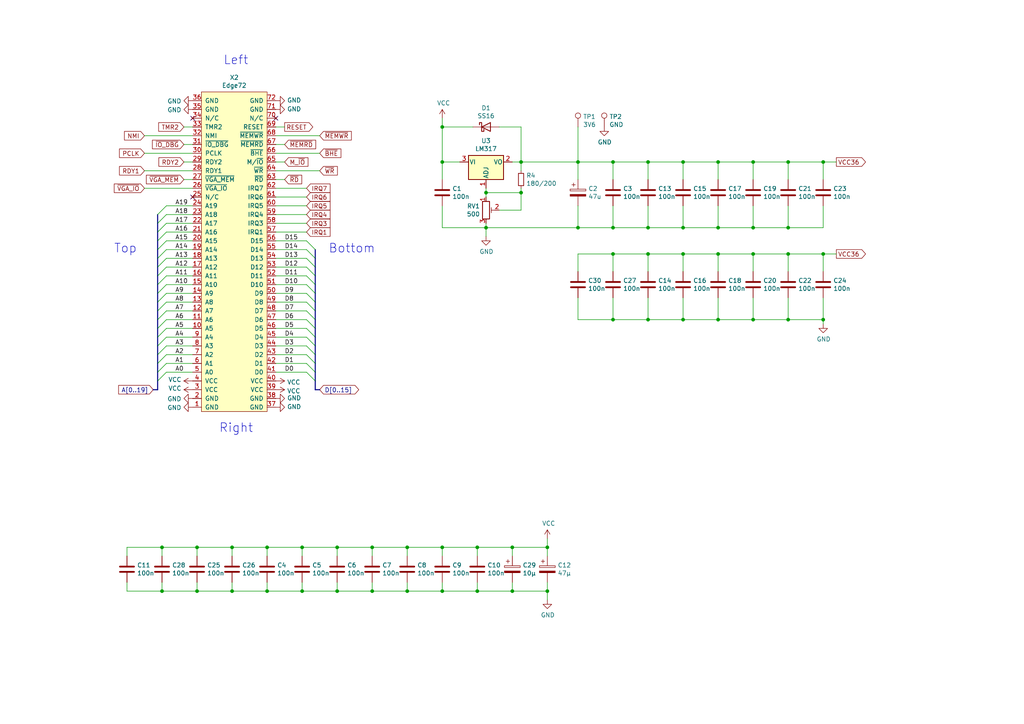
<source format=kicad_sch>
(kicad_sch (version 20230121) (generator eeschema)
  (paper "A4")
  (title_block (title "Mini8086 main system board") (rev "2.1"))
  (lib_symbols
    (symbol "Connector:TestPoint" (pin_numbers hide) (pin_names (offset 0.762) hide)
      (property "Reference" "TP" (at 0 6.858 0))
      (property "Value" "TestPoint" (at 0 5.08 0))
      (symbol "TestPoint_0_1"
        (circle (center 0 3.302) (radius 0.762))
      )
      (symbol "TestPoint_1_1"
        (pin passive line (at 0 0 90) (length 2.54) (name "1") (number "1"))
      )
    )
    (symbol "Device:C" (pin_numbers hide) (pin_names (offset 0.254))
      (property "Reference" "C" (at 0.635 2.54 0))
      (property "Value" "C" (at 0.635 -2.54 0))
      (symbol "C_0_1"
        (polyline (pts (xy -2.032 -0.762) (xy 2.032 -0.762)) (stroke (width 0.508)))
        (polyline (pts (xy -2.032 0.762) (xy 2.032 0.762)) (stroke (width 0.508)))
      )
      (symbol "C_1_1"
        (pin passive line (at 0 3.81 270) (length 2.794) (name "~") (number "1"))
        (pin passive line (at 0 -3.81 90) (length 2.794) (name "~") (number "2"))
      )
    )
    (symbol "Device:D_Schottky" (pin_numbers hide) (pin_names (offset 1.016) hide)
      (property "Reference" "D" (at 0 2.54 0))
      (property "Value" "D_Schottky" (at 0 -2.54 0))
      (symbol "D_Schottky_0_1"
        (polyline (pts (xy 1.27 0) (xy -1.27 0)))
        (polyline (pts (xy 1.27 1.27) (xy 1.27 -1.27) (xy -1.27 0) (xy 1.27 1.27)) (stroke (width 0.254)))
        (polyline (pts (xy -1.905 0.635) (xy -1.905 1.27) (xy -1.27 1.27) (xy -1.27 -1.27) (xy -0.635 -1.27) (xy -0.635 -0.635)) (stroke (width 0.254)))
      )
      (symbol "D_Schottky_1_1"
        (pin passive line (at -3.81 0 0) (length 2.54) (name "K") (number "1"))
        (pin passive line (at 3.81 0 180) (length 2.54) (name "A") (number "2"))
      )
    )
    (symbol "Device:R_Small" (pin_numbers hide) (pin_names (offset 0.254) hide)
      (property "Reference" "R" (at 0.762 0.508 0))
      (property "Value" "R_Small" (at 0.762 -1.016 0))
      (symbol "R_Small_0_1"
        (rectangle (start -0.762 1.778) (end 0.762 -1.778) (stroke (width 0.2032)))
      )
      (symbol "R_Small_1_1"
        (pin passive line (at 0 2.54 270) (length 0.762) (name "~") (number "1"))
        (pin passive line (at 0 -2.54 90) (length 0.762) (name "~") (number "2"))
      )
    )
    (symbol "Regulator_Linear:LM317_SOT-223" (pin_names (offset 0.254))
      (property "Reference" "U" (at -3.81 3.175 0))
      (property "Value" "LM317_SOT-223" (at 0 3.175 0))
      (symbol "LM317_SOT-223_0_1"
        (rectangle (start -5.08 1.905) (end 5.08 -5.08) (stroke (width 0.254)) (fill (type background)))
      )
      (symbol "LM317_SOT-223_1_1"
        (pin input line (at 0 -7.62 90) (length 2.54) (name "ADJ") (number "1"))
        (pin power_out line (at 7.62 0 180) (length 2.54) (name "VO") (number "2"))
        (pin power_in line (at -7.62 0 0) (length 2.54) (name "VI") (number "3"))
      )
    )
    (symbol "main-rescue:CP-Device" (pin_numbers hide) (pin_names (offset 0.254))
      (property "Reference" "C" (at 0.635 2.54 0))
      (property "Value" "Device_CP" (at 0.635 -2.54 0))
      (symbol "CP-Device_0_1"
        (rectangle (start -2.286 0.508) (end 2.286 1.016))
        (polyline (pts (xy -1.778 2.286) (xy -0.762 2.286)))
        (polyline (pts (xy -1.27 2.794) (xy -1.27 1.778)))
        (rectangle (start 2.286 -0.508) (end -2.286 -1.016) (fill (type outline)))
      )
      (symbol "CP-Device_1_1"
        (pin passive line (at 0 3.81 270) (length 2.794) (name "~") (number "1"))
        (pin passive line (at 0 -3.81 90) (length 2.794) (name "~") (number "2"))
      )
    )
    (symbol "main-rescue:Edge72-Mini8086" (pin_names (offset 1.016))
      (property "Reference" "X" (at 2.54 -49.53 0))
      (property "Value" "Edge72-Mini8086" (at -3.81 -49.53 0))
      (symbol "Edge72-Mini8086_0_1"
        (rectangle (start -8.89 45.72) (end 10.16 -46.99) (fill (type background)))
      )
      (symbol "Edge72-Mini8086_1_1"
        (pin passive line (at -11.43 -45.72 0) (length 2.54) (name "GND") (number "1"))
        (pin bidirectional line (at -11.43 -22.86 0) (length 2.54) (name "A5") (number "10"))
        (pin bidirectional line (at -11.43 -20.32 0) (length 2.54) (name "A6") (number "11"))
        (pin bidirectional line (at -11.43 -17.78 0) (length 2.54) (name "A7") (number "12"))
        (pin bidirectional line (at -11.43 -15.24 0) (length 2.54) (name "A8") (number "13"))
        (pin bidirectional line (at -11.43 -12.7 0) (length 2.54) (name "A9") (number "14"))
        (pin bidirectional line (at -11.43 -10.16 0) (length 2.54) (name "A10") (number "15"))
        (pin bidirectional line (at -11.43 -7.62 0) (length 2.54) (name "A11") (number "16"))
        (pin bidirectional line (at -11.43 -5.08 0) (length 2.54) (name "A12") (number "17"))
        (pin bidirectional line (at -11.43 -2.54 0) (length 2.54) (name "A13") (number "18"))
        (pin bidirectional line (at -11.43 0 0) (length 2.54) (name "A14") (number "19"))
        (pin passive line (at -11.43 -43.18 0) (length 2.54) (name "GND") (number "2"))
        (pin bidirectional line (at -11.43 2.54 0) (length 2.54) (name "A15") (number "20"))
        (pin bidirectional line (at -11.43 5.08 0) (length 2.54) (name "A16") (number "21"))
        (pin bidirectional line (at -11.43 7.62 0) (length 2.54) (name "A17") (number "22"))
        (pin bidirectional line (at -11.43 10.16 0) (length 2.54) (name "A18") (number "23"))
        (pin bidirectional line (at -11.43 12.7 0) (length 2.54) (name "A19") (number "24"))
        (pin no_connect line (at -11.43 15.24 0) (length 2.54) (name "N/C") (number "25"))
        (pin bidirectional line (at -11.43 17.78 0) (length 2.54) (name "~{VGA_IO}") (number "26"))
        (pin bidirectional line (at -11.43 20.32 0) (length 2.54) (name "~{VGA_MEM}") (number "27"))
        (pin passive line (at -11.43 22.86 0) (length 2.54) (name "RDY1") (number "28"))
        (pin passive line (at -11.43 25.4 0) (length 2.54) (name "RDY2") (number "29"))
        (pin passive line (at -11.43 -40.64 0) (length 2.54) (name "VCC") (number "3"))
        (pin passive line (at -11.43 27.94 0) (length 2.54) (name "PCLK") (number "30"))
        (pin passive line (at -11.43 30.48 0) (length 2.54) (name "~{IO_DBG}") (number "31"))
        (pin passive line (at -11.43 33.02 0) (length 2.54) (name "NMI") (number "32"))
        (pin passive line (at -11.43 35.56 0) (length 2.54) (name "TMR2") (number "33"))
        (pin no_connect line (at -11.43 38.1 0) (length 2.54) (name "N/C") (number "34"))
        (pin passive line (at -11.43 40.64 0) (length 2.54) (name "GND") (number "35"))
        (pin passive line (at -11.43 43.18 0) (length 2.54) (name "GND") (number "36"))
        (pin power_out line (at 12.7 -45.72 180) (length 2.54) (name "GND") (number "37"))
        (pin passive line (at 12.7 -43.18 180) (length 2.54) (name "GND") (number "38"))
        (pin power_out line (at 12.7 -40.64 180) (length 2.54) (name "VCC") (number "39"))
        (pin passive line (at -11.43 -38.1 0) (length 2.54) (name "VCC") (number "4"))
        (pin passive line (at 12.7 -38.1 180) (length 2.54) (name "VCC") (number "40"))
        (pin bidirectional line (at 12.7 -35.56 180) (length 2.54) (name "D0") (number "41"))
        (pin bidirectional line (at 12.7 -33.02 180) (length 2.54) (name "D1") (number "42"))
        (pin bidirectional line (at 12.7 -30.48 180) (length 2.54) (name "D2") (number "43"))
        (pin bidirectional line (at 12.7 -27.94 180) (length 2.54) (name "D3") (number "44"))
        (pin bidirectional line (at 12.7 -25.4 180) (length 2.54) (name "D4") (number "45"))
        (pin bidirectional line (at 12.7 -22.86 180) (length 2.54) (name "D5") (number "46"))
        (pin bidirectional line (at 12.7 -20.32 180) (length 2.54) (name "D6") (number "47"))
        (pin bidirectional line (at 12.7 -17.78 180) (length 2.54) (name "D7") (number "48"))
        (pin bidirectional line (at 12.7 -15.24 180) (length 2.54) (name "D8") (number "49"))
        (pin bidirectional line (at -11.43 -35.56 0) (length 2.54) (name "A0") (number "5"))
        (pin bidirectional line (at 12.7 -12.7 180) (length 2.54) (name "D9") (number "50"))
        (pin bidirectional line (at 12.7 -10.16 180) (length 2.54) (name "D10") (number "51"))
        (pin bidirectional line (at 12.7 -7.62 180) (length 2.54) (name "D11") (number "52"))
        (pin bidirectional line (at 12.7 -5.08 180) (length 2.54) (name "D12") (number "53"))
        (pin bidirectional line (at 12.7 -2.54 180) (length 2.54) (name "D13") (number "54"))
        (pin bidirectional line (at 12.7 0 180) (length 2.54) (name "D14") (number "55"))
        (pin bidirectional line (at 12.7 2.54 180) (length 2.54) (name "D15") (number "56"))
        (pin passive line (at 12.7 5.08 180) (length 2.54) (name "IRQ1") (number "57"))
        (pin passive line (at 12.7 7.62 180) (length 2.54) (name "IRQ3") (number "58"))
        (pin passive line (at 12.7 10.16 180) (length 2.54) (name "IRQ4") (number "59"))
        (pin bidirectional line (at -11.43 -33.02 0) (length 2.54) (name "A1") (number "6"))
        (pin passive line (at 12.7 12.7 180) (length 2.54) (name "IRQ5") (number "60"))
        (pin passive line (at 12.7 15.24 180) (length 2.54) (name "IRQ6") (number "61"))
        (pin passive line (at 12.7 17.78 180) (length 2.54) (name "IRQ7") (number "62"))
        (pin bidirectional line (at 12.7 20.32 180) (length 2.54) (name "~{RD}") (number "63"))
        (pin bidirectional line (at 12.7 22.86 180) (length 2.54) (name "~{WR}") (number "64"))
        (pin bidirectional line (at 12.7 25.4 180) (length 2.54) (name "M/~{IO}") (number "65"))
        (pin bidirectional line (at 12.7 27.94 180) (length 2.54) (name "~{BHE}") (number "66"))
        (pin bidirectional line (at 12.7 30.48 180) (length 2.54) (name "~{MEMRD}") (number "67"))
        (pin bidirectional line (at 12.7 33.02 180) (length 2.54) (name "~{MEMWR}") (number "68"))
        (pin passive line (at 12.7 35.56 180) (length 2.54) (name "RESET") (number "69"))
        (pin bidirectional line (at -11.43 -30.48 0) (length 2.54) (name "A2") (number "7"))
        (pin no_connect line (at 12.7 38.1 180) (length 2.54) (name "N/C") (number "70"))
        (pin passive line (at 12.7 40.64 180) (length 2.54) (name "GND") (number "71"))
        (pin passive line (at 12.7 43.18 180) (length 2.54) (name "GND") (number "72"))
        (pin bidirectional line (at -11.43 -27.94 0) (length 2.54) (name "A3") (number "8"))
        (pin bidirectional line (at -11.43 -25.4 0) (length 2.54) (name "A4") (number "9"))
      )
    )
    (symbol "main-rescue:R_POT_TRIM-Device" (pin_names (offset 1.016) hide)
      (property "Reference" "RV" (at -4.445 0 90))
      (property "Value" "Device_R_POT_TRIM" (at -2.54 0 90))
      (symbol "R_POT_TRIM-Device_0_1"
        (polyline (pts (xy 1.524 0.762) (xy 1.524 -0.762)))
        (polyline (pts (xy 2.54 0) (xy 1.524 0)))
        (rectangle (start 1.016 2.54) (end -1.016 -2.54) (stroke (width 0.254)))
      )
      (symbol "R_POT_TRIM-Device_1_1"
        (pin passive line (at 0 3.81 270) (length 1.27) (name "1") (number "1"))
        (pin passive line (at 3.81 0 180) (length 1.27) (name "2") (number "2"))
        (pin passive line (at 0 -3.81 90) (length 1.27) (name "3") (number "3"))
      )
    )
    (symbol "power:GND" (power) (pin_names (offset 0))
      (property "Value" "GND" (at 0 -3.81 0))
      (symbol "GND_0_1"
        (polyline (pts (xy 0 0) (xy 0 -1.27) (xy 1.27 -1.27) (xy 0 -2.54) (xy -1.27 -1.27) (xy 0 -1.27)))
      )
      (symbol "GND_1_1"
        (pin power_in line (at 0 0 270) (length 0) hide (name "GND") (number "1"))
      )
    )
    (symbol "power:VCC" (power) (pin_names (offset 0))
      (property "Value" "VCC" (at 0 3.81 0))
      (symbol "VCC_0_1"
        (polyline (pts (xy -0.762 1.27) (xy 0 2.54)))
        (polyline (pts (xy 0 0) (xy 0 2.54)))
        (polyline (pts (xy 0 2.54) (xy 0.762 1.27)))
      )
      (symbol "VCC_1_1"
        (pin power_in line (at 0 0 90) (length 0) hide (name "VCC") (number "1"))
      )
    )
  )
  (junction (at 187.96 73.66))
  (junction (at 228.6 66.04))
  (junction (at 57.15 171.45))
  (junction (at 140.97 66.04))
  (junction (at 87.63 158.75))
  (junction (at 140.97 55.88))
  (junction (at 177.8 92.71))
  (junction (at 238.76 92.71))
  (junction (at 218.44 66.04))
  (junction (at 208.28 46.99))
  (junction (at 151.13 55.88))
  (junction (at 46.99 158.75))
  (junction (at 107.95 158.75))
  (junction (at 148.59 158.75))
  (junction (at 46.99 171.45))
  (junction (at 118.11 158.75))
  (junction (at 138.43 171.45))
  (junction (at 208.28 66.04))
  (junction (at 151.13 46.99))
  (junction (at 218.44 92.71))
  (junction (at 187.96 66.04))
  (junction (at 167.64 66.04))
  (junction (at 198.12 46.99))
  (junction (at 198.12 66.04))
  (junction (at 228.6 46.99))
  (junction (at 128.27 171.45))
  (junction (at 128.27 36.83))
  (junction (at 198.12 73.66))
  (junction (at 67.31 171.45))
  (junction (at 87.63 171.45))
  (junction (at 148.59 171.45))
  (junction (at 238.76 46.99))
  (junction (at 167.64 46.99))
  (junction (at 228.6 73.66))
  (junction (at 138.43 158.75))
  (junction (at 67.31 158.75))
  (junction (at 77.47 158.75))
  (junction (at 228.6 92.71))
  (junction (at 158.75 158.75))
  (junction (at 107.95 171.45))
  (junction (at 177.8 73.66))
  (junction (at 238.76 73.66))
  (junction (at 128.27 46.99))
  (junction (at 97.79 171.45))
  (junction (at 218.44 73.66))
  (junction (at 208.28 73.66))
  (junction (at 177.8 46.99))
  (junction (at 187.96 46.99))
  (junction (at 177.8 66.04))
  (junction (at 158.75 171.45))
  (junction (at 198.12 92.71))
  (junction (at 208.28 92.71))
  (junction (at 128.27 158.75))
  (junction (at 97.79 158.75))
  (junction (at 218.44 46.99))
  (junction (at 57.15 158.75))
  (junction (at 118.11 171.45))
  (junction (at 187.96 92.71))
  (junction (at 77.47 171.45))
  (no_connect (at 55.88 57.15))
  (no_connect (at 80.01 34.29))
  (no_connect (at 55.88 34.29))
  (bus_entry (at 88.9 97.79) (size 2.54 2.54))
  (bus_entry (at 48.26 85.09) (size -2.54 2.54))
  (bus_entry (at 48.26 105.41) (size -2.54 2.54))
  (bus_entry (at 48.26 69.85) (size -2.54 2.54))
  (bus_entry (at 48.26 97.79) (size -2.54 2.54))
  (bus_entry (at 48.26 102.87) (size -2.54 2.54))
  (bus_entry (at 88.9 87.63) (size 2.54 2.54))
  (bus_entry (at 48.26 72.39) (size -2.54 2.54))
  (bus_entry (at 48.26 62.23) (size -2.54 2.54))
  (bus_entry (at 88.9 74.93) (size 2.54 2.54))
  (bus_entry (at 88.9 105.41) (size 2.54 2.54))
  (bus_entry (at 48.26 92.71) (size -2.54 2.54))
  (bus_entry (at 48.26 90.17) (size -2.54 2.54))
  (bus_entry (at 48.26 67.31) (size -2.54 2.54))
  (bus_entry (at 88.9 102.87) (size 2.54 2.54))
  (bus_entry (at 88.9 77.47) (size 2.54 2.54))
  (bus_entry (at 88.9 69.85) (size 2.54 2.54))
  (bus_entry (at 88.9 85.09) (size 2.54 2.54))
  (bus_entry (at 48.26 74.93) (size -2.54 2.54))
  (bus_entry (at 48.26 59.69) (size -2.54 2.54))
  (bus_entry (at 48.26 87.63) (size -2.54 2.54))
  (bus_entry (at 48.26 77.47) (size -2.54 2.54))
  (bus_entry (at 48.26 107.95) (size -2.54 2.54))
  (bus_entry (at 48.26 80.01) (size -2.54 2.54))
  (bus_entry (at 88.9 82.55) (size 2.54 2.54))
  (bus_entry (at 48.26 95.25) (size -2.54 2.54))
  (bus_entry (at 88.9 80.01) (size 2.54 2.54))
  (bus_entry (at 48.26 64.77) (size -2.54 2.54))
  (bus_entry (at 88.9 92.71) (size 2.54 2.54))
  (bus_entry (at 88.9 72.39) (size 2.54 2.54))
  (bus_entry (at 88.9 100.33) (size 2.54 2.54))
  (bus_entry (at 88.9 107.95) (size 2.54 2.54))
  (bus_entry (at 88.9 95.25) (size 2.54 2.54))
  (bus_entry (at 48.26 82.55) (size -2.54 2.54))
  (bus_entry (at 48.26 100.33) (size -2.54 2.54))
  (bus_entry (at 88.9 90.17) (size 2.54 2.54))
  (wire (pts (xy 148.59 171.45) (xy 158.75 171.45)))
  (wire (pts (xy 77.47 168.91) (xy 77.47 171.45)))
  (wire (pts (xy 55.88 54.61) (xy 41.91 54.61)))
  (wire (pts (xy 218.44 59.69) (xy 218.44 66.04)))
  (wire (pts (xy 228.6 66.04) (xy 238.76 66.04)))
  (wire (pts (xy 48.26 100.33) (xy 55.88 100.33)))
  (wire (pts (xy 137.16 36.83) (xy 128.27 36.83)))
  (wire (pts (xy 88.9 87.63) (xy 80.01 87.63)))
  (wire (pts (xy 87.63 171.45) (xy 97.79 171.45)))
  (wire (pts (xy 177.8 66.04) (xy 187.96 66.04)))
  (bus (pts (xy 45.72 74.93) (xy 45.72 77.47)))
  (wire (pts (xy 67.31 158.75) (xy 67.31 161.29)))
  (wire (pts (xy 228.6 78.74) (xy 228.6 73.66)))
  (wire (pts (xy 128.27 36.83) (xy 128.27 34.29)))
  (wire (pts (xy 80.01 67.31) (xy 88.9 67.31)))
  (bus (pts (xy 91.44 90.17) (xy 91.44 92.71)))
  (wire (pts (xy 167.64 52.07) (xy 167.64 46.99)))
  (bus (pts (xy 45.72 72.39) (xy 45.72 74.93)))
  (wire (pts (xy 151.13 46.99) (xy 167.64 46.99)))
  (wire (pts (xy 187.96 86.36) (xy 187.96 92.71)))
  (wire (pts (xy 208.28 73.66) (xy 218.44 73.66)))
  (wire (pts (xy 107.95 171.45) (xy 118.11 171.45)))
  (wire (pts (xy 55.88 36.83) (xy 53.34 36.83)))
  (bus (pts (xy 91.44 100.33) (xy 91.44 102.87)))
  (wire (pts (xy 198.12 66.04) (xy 208.28 66.04)))
  (bus (pts (xy 45.72 62.23) (xy 45.72 64.77)))
  (wire (pts (xy 88.9 82.55) (xy 80.01 82.55)))
  (wire (pts (xy 148.59 168.91) (xy 148.59 171.45)))
  (wire (pts (xy 228.6 46.99) (xy 238.76 46.99)))
  (wire (pts (xy 151.13 49.53) (xy 151.13 46.99)))
  (wire (pts (xy 187.96 59.69) (xy 187.96 66.04)))
  (wire (pts (xy 198.12 73.66) (xy 208.28 73.66)))
  (wire (pts (xy 177.8 52.07) (xy 177.8 46.99)))
  (wire (pts (xy 218.44 86.36) (xy 218.44 92.71)))
  (wire (pts (xy 55.88 49.53) (xy 41.91 49.53)))
  (wire (pts (xy 48.26 92.71) (xy 55.88 92.71)))
  (wire (pts (xy 46.99 171.45) (xy 46.99 168.91)))
  (wire (pts (xy 118.11 171.45) (xy 128.27 171.45)))
  (bus (pts (xy 91.44 102.87) (xy 91.44 105.41)))
  (bus (pts (xy 45.72 69.85) (xy 45.72 72.39)))
  (wire (pts (xy 48.26 95.25) (xy 55.88 95.25)))
  (wire (pts (xy 138.43 158.75) (xy 148.59 158.75)))
  (wire (pts (xy 228.6 86.36) (xy 228.6 92.71)))
  (wire (pts (xy 46.99 171.45) (xy 36.83 171.45)))
  (wire (pts (xy 57.15 171.45) (xy 46.99 171.45)))
  (wire (pts (xy 167.64 46.99) (xy 177.8 46.99)))
  (bus (pts (xy 45.72 87.63) (xy 45.72 90.17)))
  (bus (pts (xy 45.72 64.77) (xy 45.72 67.31)))
  (wire (pts (xy 128.27 52.07) (xy 128.27 46.99)))
  (bus (pts (xy 45.72 85.09) (xy 45.72 87.63)))
  (wire (pts (xy 167.64 92.71) (xy 167.64 86.36)))
  (wire (pts (xy 138.43 161.29) (xy 138.43 158.75)))
  (wire (pts (xy 88.9 62.23) (xy 80.01 62.23)))
  (wire (pts (xy 177.8 46.99) (xy 187.96 46.99)))
  (wire (pts (xy 187.96 52.07) (xy 187.96 46.99)))
  (wire (pts (xy 158.75 171.45) (xy 158.75 173.99)))
  (bus (pts (xy 91.44 110.49) (xy 91.44 113.03)))
  (wire (pts (xy 238.76 73.66) (xy 242.57 73.66)))
  (wire (pts (xy 208.28 66.04) (xy 218.44 66.04)))
  (wire (pts (xy 80.01 41.91) (xy 82.55 41.91)))
  (wire (pts (xy 187.96 46.99) (xy 198.12 46.99)))
  (wire (pts (xy 187.96 73.66) (xy 198.12 73.66)))
  (wire (pts (xy 48.26 74.93) (xy 55.88 74.93)))
  (wire (pts (xy 118.11 161.29) (xy 118.11 158.75)))
  (wire (pts (xy 151.13 46.99) (xy 151.13 36.83)))
  (wire (pts (xy 80.01 64.77) (xy 88.9 64.77)))
  (wire (pts (xy 80.01 52.07) (xy 82.55 52.07)))
  (wire (pts (xy 97.79 171.45) (xy 107.95 171.45)))
  (bus (pts (xy 45.72 107.95) (xy 45.72 110.49)))
  (bus (pts (xy 91.44 85.09) (xy 91.44 87.63)))
  (wire (pts (xy 167.64 59.69) (xy 167.64 66.04)))
  (wire (pts (xy 80.01 36.83) (xy 82.55 36.83)))
  (wire (pts (xy 177.8 73.66) (xy 177.8 78.74)))
  (wire (pts (xy 48.26 90.17) (xy 55.88 90.17)))
  (wire (pts (xy 57.15 158.75) (xy 57.15 161.29)))
  (bus (pts (xy 45.72 100.33) (xy 45.72 102.87)))
  (bus (pts (xy 91.44 80.01) (xy 91.44 82.55)))
  (bus (pts (xy 45.72 95.25) (xy 45.72 97.79)))
  (bus (pts (xy 91.44 92.71) (xy 91.44 95.25)))
  (wire (pts (xy 177.8 59.69) (xy 177.8 66.04)))
  (wire (pts (xy 167.64 36.83) (xy 167.64 46.99)))
  (bus (pts (xy 45.72 80.01) (xy 45.72 82.55)))
  (wire (pts (xy 158.75 158.75) (xy 158.75 156.21)))
  (wire (pts (xy 48.26 67.31) (xy 55.88 67.31)))
  (wire (pts (xy 107.95 161.29) (xy 107.95 158.75)))
  (wire (pts (xy 198.12 59.69) (xy 198.12 66.04)))
  (wire (pts (xy 208.28 86.36) (xy 208.28 92.71)))
  (wire (pts (xy 208.28 52.07) (xy 208.28 46.99)))
  (bus (pts (xy 45.72 105.41) (xy 45.72 107.95)))
  (wire (pts (xy 88.9 95.25) (xy 80.01 95.25)))
  (wire (pts (xy 128.27 158.75) (xy 138.43 158.75)))
  (wire (pts (xy 177.8 92.71) (xy 167.64 92.71)))
  (wire (pts (xy 36.83 171.45) (xy 36.83 168.91)))
  (wire (pts (xy 88.9 72.39) (xy 80.01 72.39)))
  (wire (pts (xy 208.28 92.71) (xy 218.44 92.71)))
  (bus (pts (xy 91.44 72.39) (xy 91.44 74.93)))
  (bus (pts (xy 45.72 82.55) (xy 45.72 85.09)))
  (wire (pts (xy 48.26 97.79) (xy 55.88 97.79)))
  (wire (pts (xy 97.79 161.29) (xy 97.79 158.75)))
  (wire (pts (xy 140.97 57.15) (xy 140.97 55.88)))
  (wire (pts (xy 187.96 66.04) (xy 198.12 66.04)))
  (wire (pts (xy 48.26 77.47) (xy 55.88 77.47)))
  (wire (pts (xy 87.63 171.45) (xy 87.63 168.91)))
  (wire (pts (xy 88.9 92.71) (xy 80.01 92.71)))
  (wire (pts (xy 151.13 60.96) (xy 151.13 55.88)))
  (bus (pts (xy 91.44 87.63) (xy 91.44 90.17)))
  (wire (pts (xy 148.59 46.99) (xy 151.13 46.99)))
  (wire (pts (xy 198.12 78.74) (xy 198.12 73.66)))
  (wire (pts (xy 88.9 54.61) (xy 80.01 54.61)))
  (bus (pts (xy 45.72 97.79) (xy 45.72 100.33)))
  (bus (pts (xy 45.72 77.47) (xy 45.72 80.01)))
  (wire (pts (xy 48.26 82.55) (xy 55.88 82.55)))
  (wire (pts (xy 238.76 86.36) (xy 238.76 92.71)))
  (bus (pts (xy 45.72 102.87) (xy 45.72 105.41)))
  (bus (pts (xy 91.44 97.79) (xy 91.44 100.33)))
  (wire (pts (xy 48.26 85.09) (xy 55.88 85.09)))
  (wire (pts (xy 36.83 158.75) (xy 36.83 161.29)))
  (wire (pts (xy 151.13 36.83) (xy 144.78 36.83)))
  (wire (pts (xy 198.12 46.99) (xy 208.28 46.99)))
  (wire (pts (xy 144.78 60.96) (xy 151.13 60.96)))
  (wire (pts (xy 55.88 52.07) (xy 53.34 52.07)))
  (wire (pts (xy 97.79 171.45) (xy 97.79 168.91)))
  (wire (pts (xy 48.26 69.85) (xy 55.88 69.85)))
  (wire (pts (xy 140.97 55.88) (xy 151.13 55.88)))
  (wire (pts (xy 55.88 39.37) (xy 41.91 39.37)))
  (wire (pts (xy 138.43 171.45) (xy 138.43 168.91)))
  (wire (pts (xy 151.13 55.88) (xy 151.13 54.61)))
  (wire (pts (xy 218.44 73.66) (xy 228.6 73.66)))
  (wire (pts (xy 48.26 105.41) (xy 55.88 105.41)))
  (wire (pts (xy 55.88 44.45) (xy 41.91 44.45)))
  (wire (pts (xy 177.8 92.71) (xy 177.8 86.36)))
  (wire (pts (xy 177.8 73.66) (xy 167.64 73.66)))
  (wire (pts (xy 198.12 92.71) (xy 208.28 92.71)))
  (wire (pts (xy 87.63 158.75) (xy 97.79 158.75)))
  (wire (pts (xy 128.27 46.99) (xy 128.27 36.83)))
  (wire (pts (xy 48.26 72.39) (xy 55.88 72.39)))
  (wire (pts (xy 148.59 158.75) (xy 158.75 158.75)))
  (wire (pts (xy 128.27 66.04) (xy 140.97 66.04)))
  (wire (pts (xy 88.9 57.15) (xy 80.01 57.15)))
  (wire (pts (xy 128.27 59.69) (xy 128.27 66.04)))
  (bus (pts (xy 91.44 107.95) (xy 91.44 110.49)))
  (wire (pts (xy 228.6 59.69) (xy 228.6 66.04)))
  (wire (pts (xy 218.44 66.04) (xy 228.6 66.04)))
  (wire (pts (xy 88.9 100.33) (xy 80.01 100.33)))
  (wire (pts (xy 48.26 64.77) (xy 55.88 64.77)))
  (wire (pts (xy 88.9 105.41) (xy 80.01 105.41)))
  (wire (pts (xy 55.88 46.99) (xy 53.34 46.99)))
  (wire (pts (xy 238.76 59.69) (xy 238.76 66.04)))
  (wire (pts (xy 107.95 171.45) (xy 107.95 168.91)))
  (wire (pts (xy 88.9 90.17) (xy 80.01 90.17)))
  (wire (pts (xy 208.28 46.99) (xy 218.44 46.99)))
  (wire (pts (xy 55.88 41.91) (xy 53.34 41.91)))
  (bus (pts (xy 45.72 110.49) (xy 45.72 113.03)))
  (wire (pts (xy 80.01 107.95) (xy 88.9 107.95)))
  (wire (pts (xy 218.44 78.74) (xy 218.44 73.66)))
  (bus (pts (xy 91.44 105.41) (xy 91.44 107.95)))
  (wire (pts (xy 46.99 158.75) (xy 36.83 158.75)))
  (wire (pts (xy 238.76 93.98) (xy 238.76 92.71)))
  (wire (pts (xy 218.44 46.99) (xy 228.6 46.99)))
  (wire (pts (xy 107.95 158.75) (xy 118.11 158.75)))
  (wire (pts (xy 140.97 66.04) (xy 140.97 64.77)))
  (wire (pts (xy 88.9 77.47) (xy 80.01 77.47)))
  (wire (pts (xy 77.47 161.29) (xy 77.47 158.75)))
  (bus (pts (xy 91.44 77.47) (xy 91.44 80.01)))
  (wire (pts (xy 48.26 102.87) (xy 55.88 102.87)))
  (wire (pts (xy 158.75 158.75) (xy 158.75 161.29)))
  (wire (pts (xy 140.97 68.58) (xy 140.97 66.04)))
  (wire (pts (xy 87.63 161.29) (xy 87.63 158.75)))
  (wire (pts (xy 67.31 158.75) (xy 77.47 158.75)))
  (wire (pts (xy 67.31 171.45) (xy 67.31 168.91)))
  (wire (pts (xy 158.75 171.45) (xy 158.75 168.91)))
  (wire (pts (xy 128.27 161.29) (xy 128.27 158.75)))
  (wire (pts (xy 218.44 92.71) (xy 228.6 92.71)))
  (bus (pts (xy 91.44 74.93) (xy 91.44 77.47)))
  (wire (pts (xy 198.12 52.07) (xy 198.12 46.99)))
  (wire (pts (xy 208.28 59.69) (xy 208.28 66.04)))
  (wire (pts (xy 80.01 46.99) (xy 82.55 46.99)))
  (wire (pts (xy 48.26 59.69) (xy 55.88 59.69)))
  (wire (pts (xy 128.27 171.45) (xy 138.43 171.45)))
  (wire (pts (xy 128.27 171.45) (xy 128.27 168.91)))
  (wire (pts (xy 238.76 78.74) (xy 238.76 73.66)))
  (wire (pts (xy 187.96 92.71) (xy 177.8 92.71)))
  (wire (pts (xy 80.01 49.53) (xy 92.71 49.53)))
  (wire (pts (xy 238.76 46.99) (xy 242.57 46.99)))
  (wire (pts (xy 88.9 102.87) (xy 80.01 102.87)))
  (wire (pts (xy 67.31 171.45) (xy 57.15 171.45)))
  (wire (pts (xy 187.96 73.66) (xy 177.8 73.66)))
  (wire (pts (xy 88.9 59.69) (xy 80.01 59.69)))
  (wire (pts (xy 88.9 74.93) (xy 80.01 74.93)))
  (wire (pts (xy 88.9 97.79) (xy 80.01 97.79)))
  (wire (pts (xy 88.9 85.09) (xy 80.01 85.09)))
  (wire (pts (xy 218.44 52.07) (xy 218.44 46.99)))
  (wire (pts (xy 77.47 171.45) (xy 67.31 171.45)))
  (wire (pts (xy 118.11 171.45) (xy 118.11 168.91)))
  (bus (pts (xy 91.44 82.55) (xy 91.44 85.09)))
  (wire (pts (xy 80.01 44.45) (xy 92.71 44.45)))
  (wire (pts (xy 57.15 158.75) (xy 46.99 158.75)))
  (bus (pts (xy 45.72 90.17) (xy 45.72 92.71)))
  (wire (pts (xy 48.26 80.01) (xy 55.88 80.01)))
  (bus (pts (xy 45.72 67.31) (xy 45.72 69.85)))
  (wire (pts (xy 140.97 55.88) (xy 140.97 54.61)))
  (wire (pts (xy 167.64 66.04) (xy 177.8 66.04)))
  (wire (pts (xy 77.47 171.45) (xy 87.63 171.45)))
  (wire (pts (xy 187.96 78.74) (xy 187.96 73.66)))
  (wire (pts (xy 228.6 73.66) (xy 238.76 73.66)))
  (wire (pts (xy 48.26 62.23) (xy 55.88 62.23)))
  (bus (pts (xy 45.72 113.03) (xy 44.45 113.03)))
  (wire (pts (xy 88.9 69.85) (xy 80.01 69.85)))
  (wire (pts (xy 187.96 92.71) (xy 198.12 92.71)))
  (wire (pts (xy 57.15 158.75) (xy 67.31 158.75)))
  (wire (pts (xy 77.47 158.75) (xy 87.63 158.75)))
  (wire (pts (xy 88.9 80.01) (xy 80.01 80.01)))
  (wire (pts (xy 228.6 52.07) (xy 228.6 46.99)))
  (wire (pts (xy 46.99 158.75) (xy 46.99 161.29)))
  (wire (pts (xy 118.11 158.75) (xy 128.27 158.75)))
  (wire (pts (xy 238.76 52.07) (xy 238.76 46.99)))
  (wire (pts (xy 198.12 86.36) (xy 198.12 92.71)))
  (wire (pts (xy 208.28 78.74) (xy 208.28 73.66)))
  (wire (pts (xy 57.15 171.45) (xy 57.15 168.91)))
  (wire (pts (xy 138.43 171.45) (xy 148.59 171.45)))
  (wire (pts (xy 55.88 107.95) (xy 48.26 107.95)))
  (wire (pts (xy 133.35 46.99) (xy 128.27 46.99)))
  (wire (pts (xy 228.6 92.71) (xy 238.76 92.71)))
  (wire (pts (xy 140.97 66.04) (xy 167.64 66.04)))
  (bus (pts (xy 45.72 92.71) (xy 45.72 95.25)))
  (wire (pts (xy 48.26 87.63) (xy 55.88 87.63)))
  (bus (pts (xy 91.44 95.25) (xy 91.44 97.79)))
  (wire (pts (xy 97.79 158.75) (xy 107.95 158.75)))
  (wire (pts (xy 167.64 73.66) (xy 167.64 78.74)))
  (bus (pts (xy 91.44 113.03) (xy 92.71 113.03)))
  (wire (pts (xy 80.01 39.37) (xy 92.71 39.37)))
  (wire (pts (xy 148.59 161.29) (xy 148.59 158.75)))
  (text "Top" (at 33.02 73.66 0) (effects (font (size 2.54 2.54)) (justify left bottom)))
  (text "Right" (at 63.5 125.73 0) (effects (font (size 2.54 2.54)) (justify left bottom)))
  (text "Left" (at 64.77 19.05 0) (effects (font (size 2.54 2.54)) (justify left bottom)))
  (text "Bottom" (at 95.25 73.66 0) (effects (font (size 2.54 2.54)) (justify left bottom)))
  (label "A0" (at 50.8 107.95 0))
  (label "A5" (at 50.8 95.25 0))
  (label "A8" (at 50.8 87.63 0))
  (label "D4" (at 82.55 97.79 0))
  (label "A19" (at 50.8 59.69 0))
  (label "A11" (at 50.8 80.01 0))
  (label "A12" (at 50.8 77.47 0))
  (label "D12" (at 82.55 77.47 0))
  (label "A10" (at 50.8 82.55 0))
  (label "D10" (at 82.55 82.55 0))
  (label "D2" (at 82.55 102.87 0))
  (label "A16" (at 50.8 67.31 0))
  (label "D0" (at 82.55 107.95 0))
  (label "A7" (at 50.8 90.17 0))
  (label "A1" (at 50.8 105.41 0))
  (label "A4" (at 50.8 97.79 0))
  (label "D6" (at 82.55 92.71 0))
  (label "A13" (at 50.8 74.93 0))
  (label "D11" (at 82.55 80.01 0))
  (label "A2" (at 50.8 102.87 0))
  (label "D3" (at 82.55 100.33 0))
  (label "D8" (at 82.55 87.63 0))
  (label "D9" (at 82.55 85.09 0))
  (label "A9" (at 50.8 85.09 0))
  (label "A14" (at 50.8 72.39 0))
  (label "D1" (at 82.55 105.41 0))
  (label "A17" (at 50.8 64.77 0))
  (label "D7" (at 82.55 90.17 0))
  (label "D13" (at 82.55 74.93 0))
  (label "A6" (at 50.8 92.71 0))
  (label "A3" (at 50.8 100.33 0))
  (label "D14" (at 82.55 72.39 0))
  (label "A18" (at 50.8 62.23 0))
  (label "A15" (at 50.8 69.85 0))
  (label "D5" (at 82.55 95.25 0))
  (label "D15" (at 82.55 69.85 0))
  (global_label "IRQ7" (shape input) (at 88.9 54.61 0) (property "Intersheetrefs" "${INTERSHEET_REFS}" (effects hide)))
  (global_label "TMR2" (shape input) (at 53.34 36.83 180) (property "Intersheetrefs" "${INTERSHEET_REFS}" (effects hide)))
  (global_label "RESET" (shape output) (at 82.55 36.83 0) (property "Intersheetrefs" "${INTERSHEET_REFS}" (effects hide)))
  (global_label "~{BHE}" (shape input) (at 92.71 44.45 0) (property "Intersheetrefs" "${INTERSHEET_REFS}" (effects hide)))
  (global_label "A[0..19]" (shape input) (at 44.45 113.03 180) (property "Intersheetrefs" "${INTERSHEET_REFS}" (effects hide)))
  (global_label "PCLK" (shape input) (at 41.91 44.45 180) (property "Intersheetrefs" "${INTERSHEET_REFS}" (effects hide)))
  (global_label "RDY2" (shape input) (at 53.34 46.99 180) (property "Intersheetrefs" "${INTERSHEET_REFS}" (effects hide)))
  (global_label "~{IO_DBG}" (shape input) (at 53.34 41.91 180) (property "Intersheetrefs" "${INTERSHEET_REFS}" (effects hide)))
  (global_label "IRQ1" (shape input) (at 88.9 67.31 0) (property "Intersheetrefs" "${INTERSHEET_REFS}" (effects hide)))
  (global_label "VCC36" (shape output) (at 242.57 73.66 0) (property "Intersheetrefs" "${INTERSHEET_REFS}" (effects hide)))
  (global_label "IRQ5" (shape input) (at 88.9 59.69 0) (property "Intersheetrefs" "${INTERSHEET_REFS}" (effects hide)))
  (global_label "D[0..15]" (shape bidirectional) (at 92.71 113.03 0) (property "Intersheetrefs" "${INTERSHEET_REFS}" (effects hide)))
  (global_label "VCC36" (shape output) (at 242.57 46.99 0) (property "Intersheetrefs" "${INTERSHEET_REFS}" (effects hide)))
  (global_label "~{WR}" (shape input) (at 92.71 49.53 0) (property "Intersheetrefs" "${INTERSHEET_REFS}" (effects hide)))
  (global_label "~{RD}" (shape input) (at 82.55 52.07 0) (property "Intersheetrefs" "${INTERSHEET_REFS}" (effects hide)))
  (global_label "IRQ4" (shape input) (at 88.9 62.23 0) (property "Intersheetrefs" "${INTERSHEET_REFS}" (effects hide)))
  (global_label "~{MEMWR}" (shape input) (at 92.71 39.37 0) (property "Intersheetrefs" "${INTERSHEET_REFS}" (effects hide)))
  (global_label "IRQ3" (shape input) (at 88.9 64.77 0) (property "Intersheetrefs" "${INTERSHEET_REFS}" (effects hide)))
  (global_label "IRQ6" (shape input) (at 88.9 57.15 0) (property "Intersheetrefs" "${INTERSHEET_REFS}" (effects hide)))
  (global_label "M_~{IO}" (shape input) (at 82.55 46.99 0) (property "Intersheetrefs" "${INTERSHEET_REFS}" (effects hide)))
  (global_label "~{MEMRD}" (shape input) (at 82.55 41.91 0) (property "Intersheetrefs" "${INTERSHEET_REFS}" (effects hide)))
  (global_label "RDY1" (shape input) (at 41.91 49.53 180) (property "Intersheetrefs" "${INTERSHEET_REFS}" (effects hide)))
  (global_label "NMI" (shape input) (at 41.91 39.37 180) (property "Intersheetrefs" "${INTERSHEET_REFS}" (effects hide)))
  (global_label "~{VGA_MEM}" (shape input) (at 53.34 52.07 180) (property "Intersheetrefs" "${INTERSHEET_REFS}" (effects hide)))
  (global_label "~{VGA_IO}" (shape input) (at 41.91 54.61 180) (property "Intersheetrefs" "${INTERSHEET_REFS}" (effects hide)))
  (symbol (lib_id "power:GND") (at 80.01 118.11 90) (unit 1)
    (property "Reference" "#PWR054" (effects hide))
    (property "Value" "GND" (at 83.2612 117.983 90) (effects (justify right)))
  )
  (symbol (lib_id "power:GND") (at 80.01 115.57 90) (unit 1)
    (property "Reference" "#PWR053" (effects hide))
    (property "Value" "GND" (at 83.2612 115.443 90) (effects (justify right)))
  )
  (symbol (lib_id "power:GND") (at 55.88 115.57 270) (unit 1)
    (property "Reference" "#PWR047" (effects hide))
    (property "Value" "GND" (at 52.6288 115.697 90) (effects (justify right)))
  )
  (symbol (lib_id "power:GND") (at 55.88 118.11 270) (unit 1)
    (property "Reference" "#PWR048" (effects hide))
    (property "Value" "GND" (at 52.6288 118.237 90) (effects (justify right)))
  )
  (symbol (lib_id "power:GND") (at 55.88 29.21 270) (unit 1)
    (property "Reference" "#PWR043" (effects hide))
    (property "Value" "GND" (at 52.6288 29.337 90) (effects (justify right)))
  )
  (symbol (lib_id "power:GND") (at 55.88 31.75 270) (unit 1)
    (property "Reference" "#PWR044" (effects hide))
    (property "Value" "GND" (at 52.6288 31.877 90) (effects (justify right)))
  )
  (symbol (lib_id "power:GND") (at 80.01 29.21 90) (unit 1)
    (property "Reference" "#PWR049" (effects hide))
    (property "Value" "GND" (at 83.2612 29.083 90) (effects (justify right)))
  )
  (symbol (lib_id "power:GND") (at 80.01 31.75 90) (unit 1)
    (property "Reference" "#PWR050" (effects hide))
    (property "Value" "GND" (at 83.2612 31.623 90) (effects (justify right)))
  )
  (symbol (lib_id "power:VCC") (at 80.01 110.49 270) (unit 1)
    (property "Reference" "#PWR051" (effects hide))
    (property "Value" "VCC" (at 83.2612 110.871 90) (effects (justify left)))
  )
  (symbol (lib_id "power:VCC") (at 80.01 113.03 270) (unit 1)
    (property "Reference" "#PWR052" (effects hide))
    (property "Value" "VCC" (at 83.2612 113.411 90) (effects (justify left)))
  )
  (symbol (lib_id "power:VCC") (at 55.88 113.03 90) (unit 1)
    (property "Reference" "#PWR046" (effects hide))
    (property "Value" "VCC" (at 52.6542 112.649 90) (effects (justify left)))
  )
  (symbol (lib_id "power:VCC") (at 55.88 110.49 90) (unit 1)
    (property "Reference" "#PWR045" (effects hide))
    (property "Value" "VCC" (at 52.6542 110.109 90) (effects (justify left)))
  )
  (symbol (lib_id "main-rescue:Edge72-Mini8086") (at 67.31 72.39 0) (unit 1)
    (property "Reference" "X2" (at 67.945 22.479 0))
    (property "Value" "Edge72" (at 67.945 24.7904 0))
    (property "Footprint" "Mini8086:BUS_72" (effects hide))
  )
  (symbol (lib_id "Device:C") (at 77.47 165.1 0) (unit 1)
    (property "Reference" "C4" (at 80.391 163.9316 0) (effects (justify left)))
    (property "Value" "100n" (at 80.391 166.243 0) (effects (justify left)))
    (property "Footprint" "Capacitor_SMD:C_1206_3216Metric" (effects hide))
  )
  (symbol (lib_id "Device:C") (at 87.63 165.1 0) (unit 1)
    (property "Reference" "C5" (at 90.551 163.9316 0) (effects (justify left)))
    (property "Value" "100n" (at 90.551 166.243 0) (effects (justify left)))
    (property "Footprint" "Capacitor_SMD:C_1206_3216Metric" (effects hide))
  )
  (symbol (lib_id "Device:C") (at 97.79 165.1 0) (unit 1)
    (property "Reference" "C6" (at 100.711 163.9316 0) (effects (justify left)))
    (property "Value" "100n" (at 100.711 166.243 0) (effects (justify left)))
    (property "Footprint" "Capacitor_SMD:C_1206_3216Metric" (effects hide))
  )
  (symbol (lib_id "Device:C") (at 107.95 165.1 0) (unit 1)
    (property "Reference" "C7" (at 110.871 163.9316 0) (effects (justify left)))
    (property "Value" "100n" (at 110.871 166.243 0) (effects (justify left)))
    (property "Footprint" "Capacitor_SMD:C_1206_3216Metric" (effects hide))
  )
  (symbol (lib_id "Device:C") (at 118.11 165.1 0) (unit 1)
    (property "Reference" "C8" (at 121.031 163.9316 0) (effects (justify left)))
    (property "Value" "100n" (at 121.031 166.243 0) (effects (justify left)))
    (property "Footprint" "Capacitor_SMD:C_1206_3216Metric" (effects hide))
  )
  (symbol (lib_id "Device:C") (at 128.27 165.1 0) (unit 1)
    (property "Reference" "C9" (at 131.191 163.9316 0) (effects (justify left)))
    (property "Value" "100n" (at 131.191 166.243 0) (effects (justify left)))
    (property "Footprint" "Capacitor_SMD:C_1206_3216Metric" (effects hide))
  )
  (symbol (lib_id "Device:C") (at 138.43 165.1 0) (unit 1)
    (property "Reference" "C10" (at 141.351 163.9316 0) (effects (justify left)))
    (property "Value" "100n" (at 141.351 166.243 0) (effects (justify left)))
    (property "Footprint" "Capacitor_SMD:C_1206_3216Metric" (effects hide))
  )
  (symbol (lib_id "main-rescue:CP-Device") (at 158.75 165.1 0) (unit 1)
    (property "Reference" "C12" (at 161.7472 163.9316 0) (effects (justify left)))
    (property "Value" "47µ" (at 161.7472 166.243 0) (effects (justify left)))
    (property "Footprint" "Capacitor_THT:CP_Radial_D4.0mm_P2.00mm" (effects hide))
  )
  (symbol (lib_id "power:GND") (at 158.75 173.99 0) (unit 1)
    (property "Reference" "#PWR055" (effects hide))
    (property "Value" "GND" (at 158.877 178.3842 0))
  )
  (symbol (lib_id "power:VCC") (at 158.75 156.21 0) (unit 1)
    (property "Reference" "#PWR038" (effects hide))
    (property "Value" "VCC" (at 159.131 151.8158 0))
  )
  (symbol (lib_id "Device:D_Schottky") (at 140.97 36.83 0) (unit 1)
    (property "Reference" "D1" (at 140.97 31.3182 0))
    (property "Value" "SS16" (at 140.97 33.6296 0))
    (property "Footprint" "Diode_SMD:D_SMA" (effects hide))
  )
  (symbol (lib_id "Device:C") (at 177.8 82.55 0) (unit 1)
    (property "Reference" "C27" (at 180.721 81.3816 0) (effects (justify left)))
    (property "Value" "100n" (at 180.721 83.693 0) (effects (justify left)))
    (property "Footprint" "Capacitor_SMD:C_1206_3216Metric" (effects hide))
  )
  (symbol (lib_id "main-rescue:CP-Device") (at 148.59 165.1 0) (unit 1)
    (property "Reference" "C29" (at 151.5872 163.9316 0) (effects (justify left)))
    (property "Value" "10µ" (at 151.5872 166.243 0) (effects (justify left)))
    (property "Footprint" "Capacitor_THT:CP_Radial_D4.0mm_P2.00mm" (effects hide))
  )
  (symbol (lib_id "Device:C") (at 67.31 165.1 0) (unit 1)
    (property "Reference" "C26" (at 70.231 163.9316 0) (effects (justify left)))
    (property "Value" "100n" (at 70.231 166.243 0) (effects (justify left)))
    (property "Footprint" "Capacitor_SMD:C_1206_3216Metric" (effects hide))
  )
  (symbol (lib_id "Device:C") (at 57.15 165.1 0) (unit 1)
    (property "Reference" "C25" (at 60.071 163.9316 0) (effects (justify left)))
    (property "Value" "100n" (at 60.071 166.243 0) (effects (justify left)))
    (property "Footprint" "Capacitor_SMD:C_1206_3216Metric" (effects hide))
  )
  (symbol (lib_id "Device:C") (at 46.99 165.1 0) (unit 1)
    (property "Reference" "C28" (at 49.911 163.9316 0) (effects (justify left)))
    (property "Value" "100n" (at 49.911 166.243 0) (effects (justify left)))
    (property "Footprint" "Capacitor_SMD:C_1206_3216Metric" (effects hide))
  )
  (symbol (lib_id "Device:C") (at 167.64 82.55 0) (unit 1)
    (property "Reference" "C30" (at 170.561 81.3816 0) (effects (justify left)))
    (property "Value" "100n" (at 170.561 83.693 0) (effects (justify left)))
    (property "Footprint" "Capacitor_SMD:C_1206_3216Metric" (effects hide))
  )
  (symbol (lib_id "Device:C") (at 128.27 55.88 0) (unit 1)
    (property "Reference" "C1" (at 131.191 54.7116 0) (effects (justify left)))
    (property "Value" "100n" (at 131.191 57.023 0) (effects (justify left)))
    (property "Footprint" "Capacitor_SMD:C_1206_3216Metric" (effects hide))
  )
  (symbol (lib_id "main-rescue:R_POT_TRIM-Device") (at 140.97 60.96 0) (unit 1)
    (property "Reference" "RV1" (at 139.2174 59.7916 0) (effects (justify right)))
    (property "Value" "500" (at 139.2174 62.103 0) (effects (justify right)))
    (property "Footprint" "Potentiometer_THT:Potentiometer_Runtron_RM-065_Vertical" (effects hide))
  )
  (symbol (lib_id "Device:R_Small") (at 151.13 52.07 0) (unit 1)
    (property "Reference" "R4" (at 152.6286 50.9016 0) (effects (justify left)))
    (property "Value" "180/200" (at 152.6286 53.213 0) (effects (justify left)))
    (property "Footprint" "Resistor_SMD:R_1206_3216Metric" (effects hide))
  )
  (symbol (lib_id "power:GND") (at 140.97 68.58 0) (unit 1)
    (property "Reference" "#PWR03" (effects hide))
    (property "Value" "GND" (at 141.097 72.9742 0))
  )
  (symbol (lib_id "main-rescue:CP-Device") (at 167.64 55.88 0) (unit 1)
    (property "Reference" "C2" (at 170.6372 54.7116 0) (effects (justify left)))
    (property "Value" "47u" (at 170.6372 57.023 0) (effects (justify left)))
    (property "Footprint" "Capacitor_THT:CP_Radial_D4.0mm_P2.00mm" (effects hide))
  )
  (symbol (lib_id "Device:C") (at 177.8 55.88 0) (unit 1)
    (property "Reference" "C3" (at 180.721 54.7116 0) (effects (justify left)))
    (property "Value" "100n" (at 180.721 57.023 0) (effects (justify left)))
    (property "Footprint" "Capacitor_SMD:C_1206_3216Metric" (effects hide))
  )
  (symbol (lib_id "Device:C") (at 187.96 55.88 0) (unit 1)
    (property "Reference" "C13" (at 190.881 54.7116 0) (effects (justify left)))
    (property "Value" "100n" (at 190.881 57.023 0) (effects (justify left)))
    (property "Footprint" "Capacitor_SMD:C_1206_3216Metric" (effects hide))
  )
  (symbol (lib_id "Device:C") (at 198.12 55.88 0) (unit 1)
    (property "Reference" "C15" (at 201.041 54.7116 0) (effects (justify left)))
    (property "Value" "100n" (at 201.041 57.023 0) (effects (justify left)))
    (property "Footprint" "Capacitor_SMD:C_1206_3216Metric" (effects hide))
  )
  (symbol (lib_id "Device:C") (at 208.28 55.88 0) (unit 1)
    (property "Reference" "C17" (at 211.201 54.7116 0) (effects (justify left)))
    (property "Value" "100n" (at 211.201 57.023 0) (effects (justify left)))
    (property "Footprint" "Capacitor_SMD:C_1206_3216Metric" (effects hide))
  )
  (symbol (lib_id "Device:C") (at 218.44 55.88 0) (unit 1)
    (property "Reference" "C19" (at 221.361 54.7116 0) (effects (justify left)))
    (property "Value" "100n" (at 221.361 57.023 0) (effects (justify left)))
    (property "Footprint" "Capacitor_SMD:C_1206_3216Metric" (effects hide))
  )
  (symbol (lib_id "Device:C") (at 228.6 55.88 0) (unit 1)
    (property "Reference" "C21" (at 231.521 54.7116 0) (effects (justify left)))
    (property "Value" "100n" (at 231.521 57.023 0) (effects (justify left)))
    (property "Footprint" "Capacitor_SMD:C_1206_3216Metric" (effects hide))
  )
  (symbol (lib_id "Device:C") (at 238.76 55.88 0) (unit 1)
    (property "Reference" "C23" (at 241.681 54.7116 0) (effects (justify left)))
    (property "Value" "100n" (at 241.681 57.023 0) (effects (justify left)))
    (property "Footprint" "Capacitor_SMD:C_1206_3216Metric" (effects hide))
  )
  (symbol (lib_id "Regulator_Linear:LM317_SOT-223") (at 140.97 46.99 0) (unit 1)
    (property "Reference" "U3" (at 140.97 40.8432 0))
    (property "Value" "LM317" (at 140.97 43.1546 0))
    (property "Footprint" "Package_TO_SOT_SMD:TO-252-2" (effects hide))
    (property "Datasheet" "http://www.ti.com/lit/ds/symlink/lm317.pdf" (effects hide))
  )
  (symbol (lib_id "power:VCC") (at 128.27 34.29 0) (unit 1)
    (property "Reference" "#PWR0114" (effects hide))
    (property "Value" "VCC" (at 128.651 29.8958 0))
  )
  (symbol (lib_id "Device:C") (at 187.96 82.55 0) (unit 1)
    (property "Reference" "C14" (at 190.881 81.3816 0) (effects (justify left)))
    (property "Value" "100n" (at 190.881 83.693 0) (effects (justify left)))
    (property "Footprint" "Capacitor_SMD:C_1206_3216Metric" (effects hide))
  )
  (symbol (lib_id "Device:C") (at 198.12 82.55 0) (unit 1)
    (property "Reference" "C16" (at 201.041 81.3816 0) (effects (justify left)))
    (property "Value" "100n" (at 201.041 83.693 0) (effects (justify left)))
    (property "Footprint" "Capacitor_SMD:C_1206_3216Metric" (effects hide))
  )
  (symbol (lib_id "Device:C") (at 208.28 82.55 0) (unit 1)
    (property "Reference" "C18" (at 211.201 81.3816 0) (effects (justify left)))
    (property "Value" "100n" (at 211.201 83.693 0) (effects (justify left)))
    (property "Footprint" "Capacitor_SMD:C_1206_3216Metric" (effects hide))
  )
  (symbol (lib_id "Device:C") (at 218.44 82.55 0) (unit 1)
    (property "Reference" "C20" (at 221.361 81.3816 0) (effects (justify left)))
    (property "Value" "100n" (at 221.361 83.693 0) (effects (justify left)))
    (property "Footprint" "Capacitor_SMD:C_1206_3216Metric" (effects hide))
  )
  (symbol (lib_id "Device:C") (at 228.6 82.55 0) (unit 1)
    (property "Reference" "C22" (at 231.521 81.3816 0) (effects (justify left)))
    (property "Value" "100n" (at 231.521 83.693 0) (effects (justify left)))
    (property "Footprint" "Capacitor_SMD:C_1206_3216Metric" (effects hide))
  )
  (symbol (lib_id "Device:C") (at 238.76 82.55 0) (unit 1)
    (property "Reference" "C24" (at 241.681 81.3816 0) (effects (justify left)))
    (property "Value" "100n" (at 241.681 83.693 0) (effects (justify left)))
    (property "Footprint" "Capacitor_SMD:C_1206_3216Metric" (effects hide))
  )
  (symbol (lib_id "power:GND") (at 238.76 93.98 0) (unit 1)
    (property "Reference" "#PWR04" (effects hide))
    (property "Value" "GND" (at 238.887 98.3742 0))
  )
  (symbol (lib_id "Connector:TestPoint") (at 167.64 36.83 0) (unit 1)
    (property "Reference" "TP1" (at 169.1132 33.8328 0) (effects (justify left)))
    (property "Value" "3V6" (at 169.1132 36.1442 0) (effects (justify left)))
    (property "Footprint" "TestPoint:TestPoint_Pad_D1.5mm" (effects hide))
  )
  (symbol (lib_id "Connector:TestPoint") (at 175.26 36.83 0) (unit 1)
    (property "Reference" "TP2" (at 176.7332 33.8328 0) (effects (justify left)))
    (property "Value" "GND" (at 176.7332 36.1442 0) (effects (justify left)))
    (property "Footprint" "TestPoint:TestPoint_Pad_D1.5mm" (effects hide))
  )
  (symbol (lib_id "power:GND") (at 175.26 36.83 0) (unit 1)
    (property "Reference" "#PWR07" (effects hide))
    (property "Value" "GND" (at 175.387 41.2242 0))
  )
  (symbol (lib_id "Device:C") (at 36.83 165.1 0) (unit 1)
    (property "Reference" "C11" (at 39.751 163.9316 0) (effects (justify left)))
    (property "Value" "100n" (at 39.751 166.243 0) (effects (justify left)))
    (property "Footprint" "Capacitor_SMD:C_1206_3216Metric" (effects hide))
  )
)
</source>
